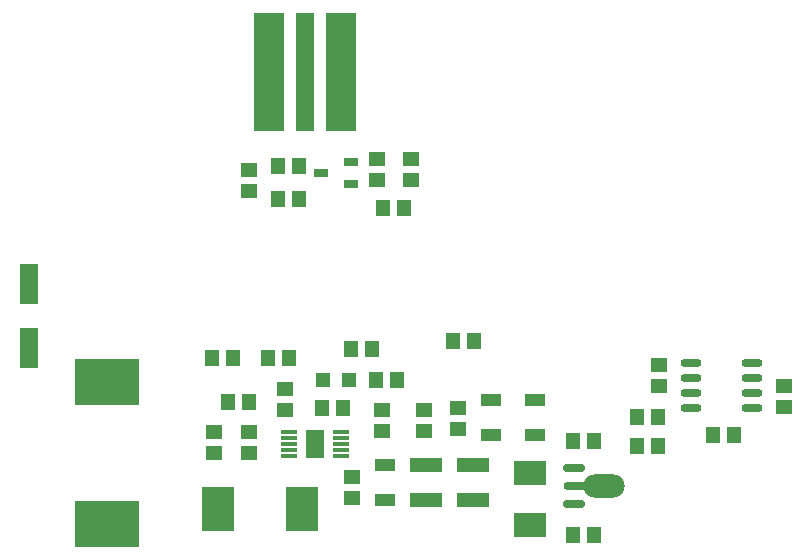
<source format=gbr>
%TF.GenerationSoftware,KiCad,Pcbnew,(5.1.4)-1*%
%TF.CreationDate,2020-11-14T02:23:56+08:00*%
%TF.ProjectId,power,706f7765-722e-46b6-9963-61645f706362,rev?*%
%TF.SameCoordinates,Original*%
%TF.FileFunction,Paste,Top*%
%TF.FilePolarity,Positive*%
%FSLAX46Y46*%
G04 Gerber Fmt 4.6, Leading zero omitted, Abs format (unit mm)*
G04 Created by KiCad (PCBNEW (5.1.4)-1) date 2020-11-14 02:23:56*
%MOMM*%
%LPD*%
G04 APERTURE LIST*
%ADD10R,1.470000X1.160000*%
%ADD11R,1.160000X1.470000*%
%ADD12R,1.800000X1.130000*%
%ADD13R,2.720000X1.160000*%
%ADD14R,2.794000X3.810000*%
%ADD15R,1.650000X2.380000*%
%ADD16R,1.450000X0.300000*%
%ADD17O,1.800000X0.700000*%
%ADD18O,1.900000X0.700000*%
%ADD19O,3.500000X2.000000*%
%ADD20O,2.100000X0.700000*%
%ADD21R,2.500000X10.000000*%
%ADD22R,1.600000X10.000000*%
%ADD23R,1.250000X0.700000*%
%ADD24R,5.400000X3.900000*%
%ADD25R,1.200000X1.200000*%
%ADD26R,2.743000X2.159000*%
%ADD27R,1.600000X3.500000*%
G04 APERTURE END LIST*
D10*
X52324000Y-54611000D03*
X52324000Y-52831000D03*
D11*
X52640000Y-50250000D03*
X50860000Y-50250000D03*
X47890000Y-50250000D03*
X46110000Y-50250000D03*
X61780000Y-52070000D03*
X60000000Y-52070000D03*
X57910000Y-49500000D03*
X59690000Y-49500000D03*
X55410000Y-54500000D03*
X57190000Y-54500000D03*
X47497000Y-53975000D03*
X49277000Y-53975000D03*
D10*
X64100000Y-54660000D03*
X64100000Y-56440000D03*
X66900000Y-54460000D03*
X66900000Y-56240000D03*
D11*
X90340000Y-56750000D03*
X88560000Y-56750000D03*
D10*
X94500000Y-54390000D03*
X94500000Y-52610000D03*
D11*
X53490000Y-36750000D03*
X51710000Y-36750000D03*
D10*
X60050000Y-35140000D03*
X60050000Y-33360000D03*
X49250000Y-36090000D03*
X49250000Y-34310000D03*
D11*
X51710000Y-34000000D03*
X53490000Y-34000000D03*
X62390000Y-37500000D03*
X60610000Y-37500000D03*
X82104000Y-57658000D03*
X83884000Y-57658000D03*
X83884000Y-55250000D03*
X82104000Y-55250000D03*
D12*
X69750000Y-56740000D03*
X69750000Y-53760000D03*
X73500000Y-53760000D03*
X73500000Y-56740000D03*
D13*
X68250000Y-62225000D03*
X68250000Y-59275000D03*
X64250000Y-62225000D03*
X64250000Y-59275000D03*
D12*
X60750000Y-62240000D03*
X60750000Y-59260000D03*
D10*
X84000000Y-52640000D03*
X84000000Y-50860000D03*
D11*
X78485000Y-65250000D03*
X76705000Y-65250000D03*
D10*
X58000000Y-60340000D03*
X58000000Y-62120000D03*
X60500000Y-54610000D03*
X60500000Y-56390000D03*
X46250000Y-58263000D03*
X46250000Y-56483000D03*
X49250000Y-58263000D03*
X49250000Y-56483000D03*
D11*
X68290000Y-48750000D03*
X66510000Y-48750000D03*
X78485000Y-57274000D03*
X76705000Y-57274000D03*
D10*
X63000000Y-35140000D03*
X63000000Y-33360000D03*
D14*
X46631500Y-63000000D03*
X53768500Y-63000000D03*
D15*
X54800000Y-57500001D03*
D16*
X52600000Y-58500001D03*
X52600000Y-58000001D03*
X52600000Y-57500001D03*
X52600000Y-57000001D03*
X57000000Y-56500001D03*
X57000000Y-57000001D03*
X57000000Y-57500001D03*
X57000000Y-58000001D03*
X52600000Y-56500001D03*
X57000000Y-58500001D03*
D17*
X91850000Y-50645000D03*
X91850000Y-51915000D03*
X91850000Y-53185000D03*
X91850000Y-54455000D03*
X86650000Y-54455000D03*
X86650000Y-53185000D03*
X86650000Y-51915000D03*
X86650000Y-50645000D03*
D18*
X76795000Y-62574000D03*
D19*
X79295000Y-61074000D03*
D20*
X76895000Y-61074000D03*
D18*
X76795000Y-59574000D03*
D21*
X57050000Y-26000000D03*
D22*
X54000000Y-26000000D03*
D21*
X50950000Y-26000000D03*
D23*
X55350000Y-34550000D03*
X57850000Y-33600000D03*
X57850000Y-35500000D03*
D24*
X37250000Y-64250000D03*
X37250000Y-52250000D03*
D25*
X55500000Y-52070000D03*
X57700000Y-52070000D03*
D26*
X73000000Y-64360000D03*
X73000000Y-59940000D03*
D27*
X30600000Y-43950000D03*
X30600000Y-49350000D03*
M02*

</source>
